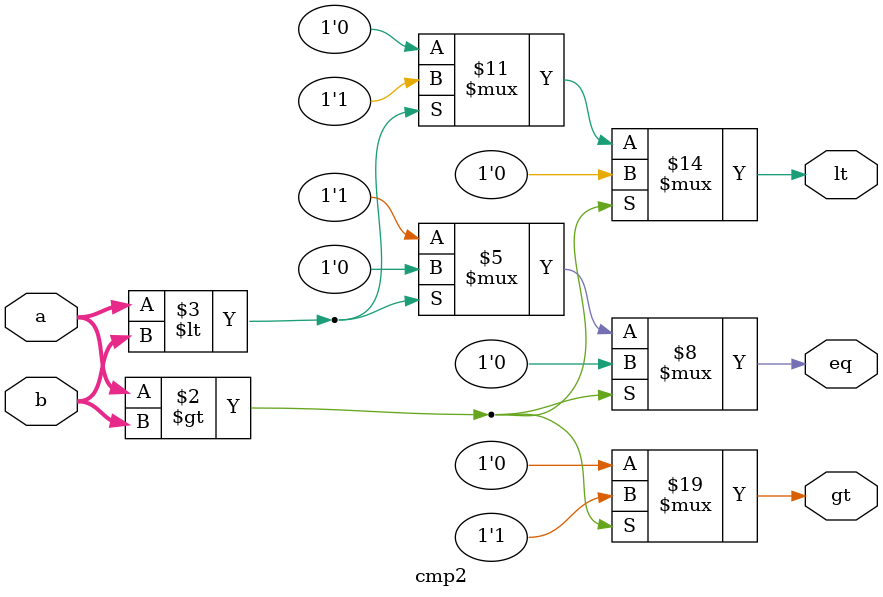
<source format=v>
`timescale 1ns/1ns

module cmp2(a, b, gt, lt, eq);
	input  [7:0] a, b;
	output       gt, lt, eq;
	reg          gt, lt, eq;
	
	always@(a or b) begin
		if(a > b) begin
			gt <= 1'b1;
			lt <= 1'b0;
			eq <= 1'b0;
		end else if(a < b) begin
			gt <= 1'b0;
			lt <= 1'b1;
			eq <= 1'b0;
		end else begin
			gt <= 1'b0;
			lt <= 1'b0;
			eq <= 1'b1;
		end
	end
	
endmodule

</source>
